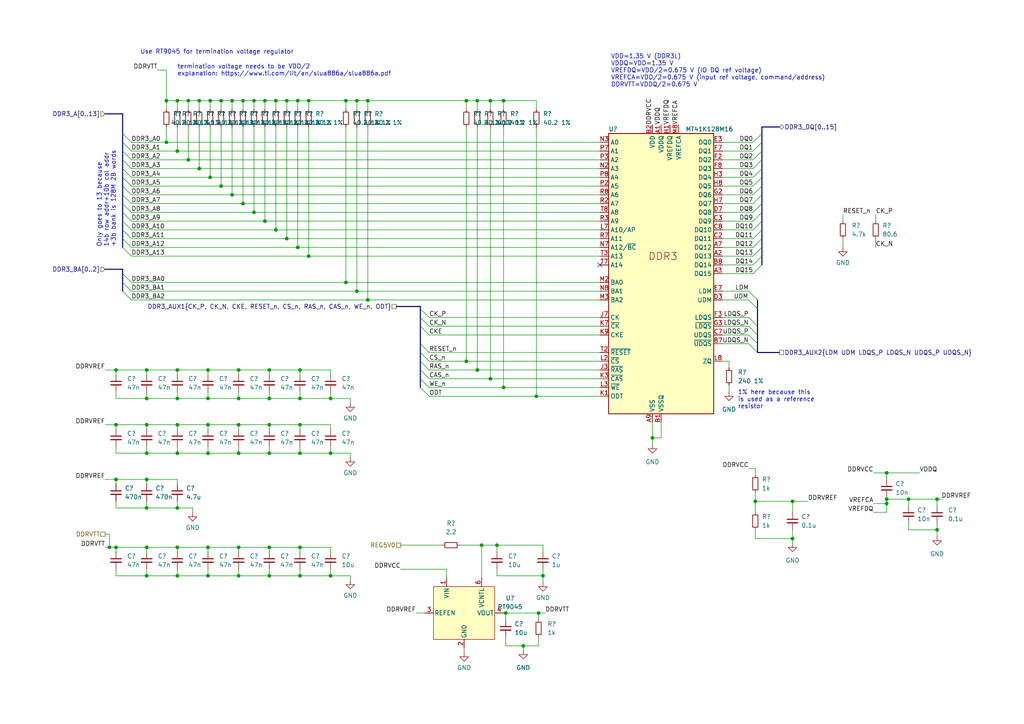
<source format=kicad_sch>
(kicad_sch (version 20211123) (generator eeschema)
  (paper "A4")
  (junction (at 229.87 145.415))
  (junction (at 146.05 112.395))
  (junction (at 51.435 107.315))
  (junction (at 69.215 167.005))
  (junction (at 31.75 158.75))
  (junction (at 57.785 48.895))
  (junction (at 42.545 147.32))
  (junction (at 70.485 29.21))
  (junction (at 78.105 167.005))
  (junction (at 76.835 64.135))
  (junction (at 78.105 158.75))
  (junction (at 76.835 29.21))
  (junction (at 69.215 158.75))
  (junction (at 73.66 29.21))
  (junction (at 80.01 29.21))
  (junction (at 95.885 115.57))
  (junction (at 42.545 107.315))
  (junction (at 144.145 158.115))
  (junction (at 51.435 43.815))
  (junction (at 33.655 158.75))
  (junction (at 86.995 107.315))
  (junction (at 42.545 123.19))
  (junction (at 60.325 123.19))
  (junction (at 86.995 167.005))
  (junction (at 78.105 107.315))
  (junction (at 42.545 139.065))
  (junction (at 69.215 115.57))
  (junction (at 95.885 131.445))
  (junction (at 100.33 29.21))
  (junction (at 69.215 123.19))
  (junction (at 106.68 86.995))
  (junction (at 51.435 29.21))
  (junction (at 51.435 158.75))
  (junction (at 86.36 71.755))
  (junction (at 80.01 66.675))
  (junction (at 78.105 115.57))
  (junction (at 42.545 131.445))
  (junction (at 48.26 41.275))
  (junction (at 60.325 158.75))
  (junction (at 146.05 29.21))
  (junction (at 64.135 53.975))
  (junction (at 103.505 29.21))
  (junction (at 155.575 114.935))
  (junction (at 69.215 107.315))
  (junction (at 60.96 51.435))
  (junction (at 271.78 153.67))
  (junction (at 157.48 167.005))
  (junction (at 142.24 109.855))
  (junction (at 51.435 115.57))
  (junction (at 33.655 123.19))
  (junction (at 83.185 69.215))
  (junction (at 139.7 158.115))
  (junction (at 146.685 177.8))
  (junction (at 57.785 29.21))
  (junction (at 189.23 127))
  (junction (at 156.21 177.8))
  (junction (at 64.135 29.21))
  (junction (at 89.535 29.21))
  (junction (at 263.525 144.78))
  (junction (at 135.255 29.21))
  (junction (at 138.43 29.21))
  (junction (at 54.61 29.21))
  (junction (at 51.435 167.005))
  (junction (at 219.075 145.415))
  (junction (at 73.66 61.595))
  (junction (at 60.325 107.315))
  (junction (at 86.995 123.19))
  (junction (at 54.61 46.355))
  (junction (at 151.765 187.325))
  (junction (at 78.105 123.19))
  (junction (at 138.43 107.315))
  (junction (at 86.36 29.21))
  (junction (at 42.545 115.57))
  (junction (at 51.435 147.32))
  (junction (at 95.885 167.005))
  (junction (at 100.33 81.915))
  (junction (at 86.995 131.445))
  (junction (at 106.68 29.21))
  (junction (at 33.655 107.315))
  (junction (at 103.505 84.455))
  (junction (at 271.78 144.78))
  (junction (at 70.485 59.055))
  (junction (at 67.31 29.21))
  (junction (at 89.535 74.295))
  (junction (at 86.995 158.75))
  (junction (at 60.325 115.57))
  (junction (at 69.215 131.445))
  (junction (at 86.995 115.57))
  (junction (at 67.31 56.515))
  (junction (at 60.325 131.445))
  (junction (at 48.26 29.21))
  (junction (at 135.255 104.775))
  (junction (at 229.87 156.21))
  (junction (at 60.325 167.005))
  (junction (at 257.175 137.16))
  (junction (at 51.435 123.19))
  (junction (at 42.545 167.005))
  (junction (at 142.24 29.21))
  (junction (at 33.655 139.065))
  (junction (at 60.96 29.21))
  (junction (at 257.175 146.05))
  (junction (at 51.435 131.445))
  (junction (at 83.185 29.21))
  (junction (at 42.545 158.75))
  (junction (at 78.105 131.445))
  (junction (at 257.175 144.78))
  (no_connect (at 173.99 76.835))
  (bus_entry (at 217.17 97.155) (size 2.54 2.54))
  (bus_entry (at 217.17 94.615) (size 2.54 2.54))
  (bus_entry (at 35.56 71.755) (size 2.54 2.54))
  (bus_entry (at 35.56 51.435) (size 2.54 2.54))
  (bus_entry (at 35.56 69.215) (size 2.54 2.54))
  (bus_entry (at 218.44 46.355) (size 2.54 -2.54))
  (bus_entry (at 121.92 99.695) (size 2.54 2.54))
  (bus_entry (at 218.44 61.595) (size 2.54 -2.54))
  (bus_entry (at 218.44 71.755) (size 2.54 -2.54))
  (bus_entry (at 218.44 41.275) (size 2.54 -2.54))
  (bus_entry (at 35.56 53.975) (size 2.54 2.54))
  (bus_entry (at 217.17 86.995) (size 2.54 2.54))
  (bus_entry (at 35.56 56.515) (size 2.54 2.54))
  (bus_entry (at 218.44 66.675) (size 2.54 -2.54))
  (bus_entry (at 218.44 69.215) (size 2.54 -2.54))
  (bus_entry (at 218.44 74.295) (size 2.54 -2.54))
  (bus_entry (at 218.44 43.815) (size 2.54 -2.54))
  (bus_entry (at 35.56 48.895) (size 2.54 2.54))
  (bus_entry (at 121.92 94.615) (size 2.54 2.54))
  (bus_entry (at 35.56 41.275) (size 2.54 2.54))
  (bus_entry (at 35.56 43.815) (size 2.54 2.54))
  (bus_entry (at 35.56 38.735) (size 2.54 2.54))
  (bus_entry (at 35.56 46.355) (size 2.54 2.54))
  (bus_entry (at 121.92 104.775) (size 2.54 2.54))
  (bus_entry (at 217.17 92.075) (size 2.54 2.54))
  (bus_entry (at 35.56 79.375) (size 2.54 2.54))
  (bus_entry (at 121.92 107.315) (size 2.54 2.54))
  (bus_entry (at 35.56 61.595) (size 2.54 2.54))
  (bus_entry (at 121.92 102.235) (size 2.54 2.54))
  (bus_entry (at 218.44 51.435) (size 2.54 -2.54))
  (bus_entry (at 218.44 48.895) (size 2.54 -2.54))
  (bus_entry (at 218.44 76.835) (size 2.54 -2.54))
  (bus_entry (at 35.56 59.055) (size 2.54 2.54))
  (bus_entry (at 35.56 84.455) (size 2.54 2.54))
  (bus_entry (at 121.92 109.855) (size 2.54 2.54))
  (bus_entry (at 218.44 59.055) (size 2.54 -2.54))
  (bus_entry (at 121.92 92.075) (size 2.54 2.54))
  (bus_entry (at 217.17 84.455) (size 2.54 2.54))
  (bus_entry (at 218.44 79.375) (size 2.54 -2.54))
  (bus_entry (at 218.44 53.975) (size 2.54 -2.54))
  (bus_entry (at 121.92 112.395) (size 2.54 2.54))
  (bus_entry (at 35.56 66.675) (size 2.54 2.54))
  (bus_entry (at 35.56 81.915) (size 2.54 2.54))
  (bus_entry (at 218.44 56.515) (size 2.54 -2.54))
  (bus_entry (at 218.44 64.135) (size 2.54 -2.54))
  (bus_entry (at 35.56 64.135) (size 2.54 2.54))
  (bus_entry (at 217.17 99.695) (size 2.54 2.54))
  (bus_entry (at 121.92 89.535) (size 2.54 2.54))
  (wire (pts (xy 211.455 106.68) (xy 211.455 104.775)))
  (wire (pts (xy 124.46 112.395) (xy 146.05 112.395)))
  (wire (pts (xy 78.105 158.75) (xy 78.105 160.02)))
  (wire (pts (xy 209.55 94.615) (xy 217.17 94.615)))
  (wire (pts (xy 83.185 69.215) (xy 173.99 69.215)))
  (wire (pts (xy 244.475 69.215) (xy 244.475 71.755)))
  (wire (pts (xy 155.575 114.935) (xy 155.575 36.83)))
  (wire (pts (xy 146.05 36.83) (xy 146.05 112.395)))
  (wire (pts (xy 95.885 167.005) (xy 101.6 167.005)))
  (wire (pts (xy 33.655 107.315) (xy 33.655 108.585)))
  (wire (pts (xy 86.995 107.315) (xy 95.885 107.315)))
  (wire (pts (xy 69.215 123.19) (xy 78.105 123.19)))
  (wire (pts (xy 51.435 167.005) (xy 60.325 167.005)))
  (wire (pts (xy 38.1 48.895) (xy 57.785 48.895)))
  (wire (pts (xy 271.78 153.67) (xy 271.78 155.575)))
  (wire (pts (xy 86.36 29.21) (xy 86.36 31.75)))
  (wire (pts (xy 209.55 76.835) (xy 218.44 76.835)))
  (wire (pts (xy 106.68 29.21) (xy 106.68 31.75)))
  (bus (pts (xy 35.56 41.275) (xy 35.56 38.735)))
  (bus (pts (xy 220.98 41.275) (xy 220.98 38.735)))
  (wire (pts (xy 42.545 113.665) (xy 42.545 115.57)))
  (wire (pts (xy 219.075 142.875) (xy 219.075 145.415)))
  (wire (pts (xy 38.1 51.435) (xy 60.96 51.435)))
  (wire (pts (xy 51.435 147.32) (xy 55.88 147.32)))
  (wire (pts (xy 253.365 137.16) (xy 257.175 137.16)))
  (wire (pts (xy 146.685 177.8) (xy 146.685 179.705)))
  (wire (pts (xy 60.325 113.665) (xy 60.325 115.57)))
  (bus (pts (xy 121.92 89.535) (xy 121.92 88.9)))
  (wire (pts (xy 138.43 107.315) (xy 173.99 107.315)))
  (wire (pts (xy 86.995 113.665) (xy 86.995 115.57)))
  (wire (pts (xy 57.785 29.21) (xy 60.96 29.21)))
  (wire (pts (xy 142.24 109.855) (xy 173.99 109.855)))
  (wire (pts (xy 209.55 86.995) (xy 217.17 86.995)))
  (wire (pts (xy 80.01 66.675) (xy 173.99 66.675)))
  (wire (pts (xy 33.655 115.57) (xy 42.545 115.57)))
  (wire (pts (xy 38.1 53.975) (xy 64.135 53.975)))
  (wire (pts (xy 103.505 29.21) (xy 106.68 29.21)))
  (wire (pts (xy 60.325 115.57) (xy 69.215 115.57)))
  (wire (pts (xy 271.78 153.67) (xy 271.78 151.765)))
  (wire (pts (xy 124.46 114.935) (xy 155.575 114.935)))
  (wire (pts (xy 124.46 107.315) (xy 138.43 107.315)))
  (wire (pts (xy 64.135 53.975) (xy 173.99 53.975)))
  (wire (pts (xy 229.87 156.21) (xy 219.075 156.21)))
  (bus (pts (xy 220.98 56.515) (xy 220.98 53.975)))
  (wire (pts (xy 60.325 123.19) (xy 60.325 124.46)))
  (wire (pts (xy 100.33 29.21) (xy 103.505 29.21)))
  (wire (pts (xy 38.1 86.995) (xy 106.68 86.995)))
  (wire (pts (xy 33.655 147.32) (xy 42.545 147.32)))
  (bus (pts (xy 219.71 89.535) (xy 219.71 94.615)))
  (wire (pts (xy 86.995 115.57) (xy 95.885 115.57)))
  (bus (pts (xy 35.56 81.915) (xy 35.56 79.375)))
  (wire (pts (xy 209.55 43.815) (xy 218.44 43.815)))
  (wire (pts (xy 51.435 123.19) (xy 60.325 123.19)))
  (wire (pts (xy 263.525 144.78) (xy 271.78 144.78)))
  (wire (pts (xy 33.655 158.75) (xy 42.545 158.75)))
  (wire (pts (xy 144.145 165.1) (xy 144.145 167.005)))
  (bus (pts (xy 220.98 71.755) (xy 220.98 69.215)))
  (wire (pts (xy 116.205 165.1) (xy 129.54 165.1)))
  (wire (pts (xy 57.785 48.895) (xy 173.99 48.895)))
  (wire (pts (xy 45.72 20.32) (xy 48.26 20.32)))
  (wire (pts (xy 42.545 129.54) (xy 42.545 131.445)))
  (bus (pts (xy 35.56 48.895) (xy 35.56 46.355)))
  (wire (pts (xy 38.1 69.215) (xy 83.185 69.215)))
  (bus (pts (xy 220.98 74.295) (xy 220.98 71.755)))
  (wire (pts (xy 86.36 29.21) (xy 89.535 29.21)))
  (wire (pts (xy 64.135 36.83) (xy 64.135 53.975)))
  (wire (pts (xy 229.87 153.67) (xy 229.87 156.21)))
  (wire (pts (xy 30.48 123.19) (xy 33.655 123.19)))
  (wire (pts (xy 42.545 158.75) (xy 51.435 158.75)))
  (wire (pts (xy 95.885 115.57) (xy 101.6 115.57)))
  (wire (pts (xy 157.48 158.115) (xy 157.48 160.02)))
  (wire (pts (xy 86.995 167.005) (xy 95.885 167.005)))
  (wire (pts (xy 69.215 165.1) (xy 69.215 167.005)))
  (wire (pts (xy 144.145 158.115) (xy 157.48 158.115)))
  (wire (pts (xy 51.435 115.57) (xy 60.325 115.57)))
  (wire (pts (xy 146.685 184.785) (xy 146.685 187.325)))
  (wire (pts (xy 33.655 123.19) (xy 42.545 123.19)))
  (wire (pts (xy 60.325 107.315) (xy 60.325 108.585)))
  (wire (pts (xy 38.1 84.455) (xy 103.505 84.455)))
  (wire (pts (xy 51.435 158.75) (xy 51.435 160.02)))
  (wire (pts (xy 86.995 107.315) (xy 86.995 108.585)))
  (wire (pts (xy 189.23 127) (xy 189.23 122.555)))
  (wire (pts (xy 156.21 177.8) (xy 156.21 179.705)))
  (wire (pts (xy 157.48 167.005) (xy 157.48 168.91)))
  (wire (pts (xy 83.185 29.21) (xy 83.185 31.75)))
  (wire (pts (xy 95.885 165.1) (xy 95.885 167.005)))
  (wire (pts (xy 211.455 104.775) (xy 209.55 104.775)))
  (wire (pts (xy 48.26 20.32) (xy 48.26 29.21)))
  (wire (pts (xy 51.435 139.065) (xy 51.435 140.335)))
  (wire (pts (xy 69.215 107.315) (xy 69.215 108.585)))
  (wire (pts (xy 42.545 131.445) (xy 51.435 131.445)))
  (wire (pts (xy 80.01 29.21) (xy 83.185 29.21)))
  (wire (pts (xy 73.66 61.595) (xy 173.99 61.595)))
  (wire (pts (xy 51.435 158.75) (xy 60.325 158.75)))
  (wire (pts (xy 69.215 123.19) (xy 69.215 124.46)))
  (wire (pts (xy 30.48 139.065) (xy 33.655 139.065)))
  (wire (pts (xy 209.55 71.755) (xy 218.44 71.755)))
  (wire (pts (xy 142.24 29.21) (xy 146.05 29.21)))
  (wire (pts (xy 139.7 158.115) (xy 144.145 158.115)))
  (wire (pts (xy 253.365 146.05) (xy 257.175 146.05)))
  (bus (pts (xy 114.935 88.9) (xy 121.92 88.9)))
  (wire (pts (xy 106.68 86.995) (xy 173.99 86.995)))
  (wire (pts (xy 191.77 122.555) (xy 191.77 127)))
  (wire (pts (xy 209.55 64.135) (xy 218.44 64.135)))
  (wire (pts (xy 76.835 29.21) (xy 80.01 29.21)))
  (wire (pts (xy 60.325 165.1) (xy 60.325 167.005)))
  (bus (pts (xy 121.92 104.775) (xy 121.92 107.315)))
  (wire (pts (xy 139.7 167.64) (xy 139.7 158.115)))
  (wire (pts (xy 42.545 123.19) (xy 42.545 124.46)))
  (wire (pts (xy 38.1 74.295) (xy 89.535 74.295)))
  (wire (pts (xy 95.885 113.665) (xy 95.885 115.57)))
  (wire (pts (xy 209.55 66.675) (xy 218.44 66.675)))
  (wire (pts (xy 69.215 158.75) (xy 78.105 158.75)))
  (bus (pts (xy 220.98 53.975) (xy 220.98 51.435)))
  (wire (pts (xy 33.655 113.665) (xy 33.655 115.57)))
  (wire (pts (xy 142.24 29.21) (xy 142.24 31.75)))
  (wire (pts (xy 70.485 29.21) (xy 70.485 31.75)))
  (wire (pts (xy 257.175 146.05) (xy 257.175 148.59)))
  (wire (pts (xy 257.175 137.16) (xy 266.7 137.16)))
  (wire (pts (xy 95.885 107.315) (xy 95.885 108.585)))
  (wire (pts (xy 76.835 36.83) (xy 76.835 64.135)))
  (bus (pts (xy 219.71 97.155) (xy 219.71 99.695)))
  (wire (pts (xy 124.46 109.855) (xy 142.24 109.855)))
  (wire (pts (xy 70.485 36.83) (xy 70.485 59.055)))
  (wire (pts (xy 48.26 29.21) (xy 48.26 31.75)))
  (wire (pts (xy 42.545 139.065) (xy 51.435 139.065)))
  (wire (pts (xy 89.535 29.21) (xy 100.33 29.21)))
  (wire (pts (xy 144.145 167.005) (xy 157.48 167.005)))
  (bus (pts (xy 30.48 33.02) (xy 35.56 33.02)))
  (wire (pts (xy 116.205 158.115) (xy 128.27 158.115)))
  (wire (pts (xy 42.545 158.75) (xy 42.545 160.02)))
  (bus (pts (xy 35.56 46.355) (xy 35.56 43.815)))
  (wire (pts (xy 78.105 165.1) (xy 78.105 167.005)))
  (wire (pts (xy 48.26 29.21) (xy 51.435 29.21)))
  (bus (pts (xy 121.92 107.315) (xy 121.92 109.855)))
  (wire (pts (xy 51.435 36.83) (xy 51.435 43.815)))
  (wire (pts (xy 209.55 41.275) (xy 218.44 41.275)))
  (bus (pts (xy 35.56 71.755) (xy 35.56 69.215)))
  (wire (pts (xy 95.885 129.54) (xy 95.885 131.445)))
  (wire (pts (xy 78.105 113.665) (xy 78.105 115.57)))
  (wire (pts (xy 73.66 29.21) (xy 73.66 31.75)))
  (wire (pts (xy 42.545 123.19) (xy 51.435 123.19)))
  (wire (pts (xy 86.995 131.445) (xy 95.885 131.445)))
  (wire (pts (xy 135.255 104.775) (xy 173.99 104.775)))
  (wire (pts (xy 60.325 158.75) (xy 69.215 158.75)))
  (wire (pts (xy 271.78 144.78) (xy 273.05 144.78)))
  (wire (pts (xy 57.785 36.83) (xy 57.785 48.895)))
  (wire (pts (xy 80.01 29.21) (xy 80.01 31.75)))
  (wire (pts (xy 38.1 81.915) (xy 100.33 81.915)))
  (wire (pts (xy 42.545 145.415) (xy 42.545 147.32)))
  (bus (pts (xy 220.98 64.135) (xy 220.98 61.595)))
  (wire (pts (xy 60.325 129.54) (xy 60.325 131.445)))
  (wire (pts (xy 257.175 148.59) (xy 253.365 148.59)))
  (wire (pts (xy 51.435 107.315) (xy 51.435 108.585)))
  (bus (pts (xy 35.56 51.435) (xy 35.56 48.895)))
  (wire (pts (xy 38.1 59.055) (xy 70.485 59.055)))
  (wire (pts (xy 42.545 147.32) (xy 51.435 147.32)))
  (wire (pts (xy 89.535 74.295) (xy 173.99 74.295)))
  (wire (pts (xy 83.185 29.21) (xy 86.36 29.21)))
  (bus (pts (xy 35.56 79.375) (xy 35.56 78.105)))
  (wire (pts (xy 89.535 36.83) (xy 89.535 74.295)))
  (wire (pts (xy 33.655 107.315) (xy 42.545 107.315)))
  (wire (pts (xy 86.995 165.1) (xy 86.995 167.005)))
  (wire (pts (xy 124.46 94.615) (xy 173.99 94.615)))
  (bus (pts (xy 121.92 92.075) (xy 121.92 89.535)))
  (wire (pts (xy 33.655 167.005) (xy 42.545 167.005)))
  (wire (pts (xy 173.99 114.935) (xy 155.575 114.935)))
  (wire (pts (xy 55.88 147.32) (xy 55.88 148.59)))
  (wire (pts (xy 229.87 156.21) (xy 229.87 157.48)))
  (wire (pts (xy 209.55 97.155) (xy 217.17 97.155)))
  (wire (pts (xy 73.66 29.21) (xy 76.835 29.21)))
  (bus (pts (xy 220.98 51.435) (xy 220.98 48.895)))
  (wire (pts (xy 209.55 79.375) (xy 218.44 79.375)))
  (wire (pts (xy 78.105 158.75) (xy 86.995 158.75)))
  (bus (pts (xy 35.56 69.215) (xy 35.56 66.675)))
  (bus (pts (xy 121.92 92.075) (xy 121.92 94.615)))
  (wire (pts (xy 146.05 177.8) (xy 146.685 177.8)))
  (wire (pts (xy 60.325 107.315) (xy 69.215 107.315)))
  (wire (pts (xy 51.435 29.21) (xy 54.61 29.21)))
  (wire (pts (xy 134.62 187.96) (xy 134.62 189.23)))
  (wire (pts (xy 69.215 115.57) (xy 78.105 115.57)))
  (wire (pts (xy 257.175 144.78) (xy 257.175 146.05)))
  (wire (pts (xy 38.1 41.275) (xy 48.26 41.275)))
  (wire (pts (xy 60.96 29.21) (xy 60.96 31.75)))
  (wire (pts (xy 209.55 46.355) (xy 218.44 46.355)))
  (wire (pts (xy 219.075 137.795) (xy 219.075 135.89)))
  (wire (pts (xy 209.55 53.975) (xy 218.44 53.975)))
  (bus (pts (xy 219.71 99.695) (xy 219.71 102.235)))
  (wire (pts (xy 138.43 29.21) (xy 138.43 31.75)))
  (bus (pts (xy 121.92 109.855) (xy 121.92 112.395)))
  (bus (pts (xy 121.92 102.235) (xy 121.92 104.775)))
  (wire (pts (xy 78.105 123.19) (xy 86.995 123.19)))
  (wire (pts (xy 60.96 29.21) (xy 64.135 29.21)))
  (bus (pts (xy 35.56 56.515) (xy 35.56 53.975)))
  (wire (pts (xy 64.135 29.21) (xy 64.135 31.75)))
  (wire (pts (xy 42.545 165.1) (xy 42.545 167.005)))
  (bus (pts (xy 219.71 86.995) (xy 219.71 89.535)))
  (wire (pts (xy 33.655 165.1) (xy 33.655 167.005)))
  (wire (pts (xy 95.885 158.75) (xy 95.885 160.02)))
  (wire (pts (xy 95.885 123.19) (xy 95.885 124.46)))
  (wire (pts (xy 42.545 167.005) (xy 51.435 167.005)))
  (wire (pts (xy 156.21 177.8) (xy 158.115 177.8)))
  (wire (pts (xy 69.215 107.315) (xy 78.105 107.315)))
  (wire (pts (xy 60.96 36.83) (xy 60.96 51.435)))
  (wire (pts (xy 78.105 123.19) (xy 78.105 124.46)))
  (bus (pts (xy 220.98 76.835) (xy 220.98 74.295)))
  (wire (pts (xy 31.75 154.94) (xy 31.75 158.75)))
  (wire (pts (xy 38.1 46.355) (xy 54.61 46.355)))
  (wire (pts (xy 189.23 127) (xy 189.23 128.905)))
  (wire (pts (xy 51.435 43.815) (xy 173.99 43.815)))
  (wire (pts (xy 103.505 29.21) (xy 103.505 31.75)))
  (wire (pts (xy 86.995 158.75) (xy 95.885 158.75)))
  (wire (pts (xy 135.255 29.21) (xy 135.255 31.75)))
  (wire (pts (xy 146.05 29.21) (xy 146.05 31.75)))
  (wire (pts (xy 78.105 115.57) (xy 86.995 115.57)))
  (wire (pts (xy 86.995 123.19) (xy 86.995 124.46)))
  (bus (pts (xy 35.56 59.055) (xy 35.56 56.515)))
  (bus (pts (xy 220.98 66.675) (xy 220.98 64.135)))
  (wire (pts (xy 271.78 144.78) (xy 271.78 146.685)))
  (bus (pts (xy 220.98 38.735) (xy 220.98 36.83)))
  (wire (pts (xy 95.885 131.445) (xy 101.6 131.445)))
  (wire (pts (xy 76.835 64.135) (xy 173.99 64.135)))
  (wire (pts (xy 42.545 107.315) (xy 42.545 108.585)))
  (wire (pts (xy 78.105 167.005) (xy 86.995 167.005)))
  (wire (pts (xy 70.485 59.055) (xy 173.99 59.055)))
  (wire (pts (xy 33.655 139.065) (xy 42.545 139.065)))
  (wire (pts (xy 209.55 51.435) (xy 218.44 51.435)))
  (wire (pts (xy 69.215 167.005) (xy 78.105 167.005)))
  (wire (pts (xy 138.43 36.83) (xy 138.43 107.315)))
  (wire (pts (xy 60.325 158.75) (xy 60.325 160.02)))
  (wire (pts (xy 146.685 177.8) (xy 156.21 177.8)))
  (wire (pts (xy 101.6 131.445) (xy 101.6 132.715)))
  (wire (pts (xy 229.87 145.415) (xy 234.315 145.415)))
  (wire (pts (xy 30.48 107.315) (xy 33.655 107.315)))
  (wire (pts (xy 86.995 123.19) (xy 95.885 123.19)))
  (wire (pts (xy 78.105 107.315) (xy 86.995 107.315)))
  (wire (pts (xy 138.43 29.21) (xy 142.24 29.21)))
  (wire (pts (xy 60.96 51.435) (xy 173.99 51.435)))
  (wire (pts (xy 263.525 153.67) (xy 271.78 153.67)))
  (wire (pts (xy 54.61 29.21) (xy 54.61 31.75)))
  (wire (pts (xy 51.435 123.19) (xy 51.435 124.46)))
  (wire (pts (xy 217.17 135.89) (xy 219.075 135.89)))
  (wire (pts (xy 151.765 187.325) (xy 151.765 188.595)))
  (wire (pts (xy 100.33 29.21) (xy 100.33 31.75)))
  (wire (pts (xy 263.525 144.78) (xy 263.525 146.685)))
  (wire (pts (xy 135.255 29.21) (xy 138.43 29.21)))
  (wire (pts (xy 51.435 29.21) (xy 51.435 31.75)))
  (wire (pts (xy 31.75 158.75) (xy 33.655 158.75)))
  (wire (pts (xy 89.535 29.21) (xy 89.535 31.75)))
  (wire (pts (xy 51.435 129.54) (xy 51.435 131.445)))
  (wire (pts (xy 157.48 167.005) (xy 157.48 165.1)))
  (wire (pts (xy 83.185 36.83) (xy 83.185 69.215)))
  (wire (pts (xy 263.525 151.765) (xy 263.525 153.67)))
  (bus (pts (xy 35.56 84.455) (xy 35.56 81.915)))
  (wire (pts (xy 209.55 69.215) (xy 218.44 69.215)))
  (wire (pts (xy 51.435 107.315) (xy 60.325 107.315)))
  (wire (pts (xy 78.105 107.315) (xy 78.105 108.585)))
  (wire (pts (xy 67.31 29.21) (xy 67.31 31.75)))
  (wire (pts (xy 33.655 145.415) (xy 33.655 147.32)))
  (wire (pts (xy 209.55 92.075) (xy 217.17 92.075)))
  (bus (pts (xy 35.56 64.135) (xy 35.56 61.595)))
  (wire (pts (xy 57.785 29.21) (xy 57.785 31.75)))
  (wire (pts (xy 60.325 123.19) (xy 69.215 123.19)))
  (bus (pts (xy 220.98 59.055) (xy 220.98 56.515)))
  (wire (pts (xy 48.26 41.275) (xy 173.99 41.275)))
  (wire (pts (xy 101.6 167.005) (xy 101.6 168.275)))
  (wire (pts (xy 156.21 187.325) (xy 156.21 184.785)))
  (wire (pts (xy 100.33 81.915) (xy 173.99 81.915)))
  (bus (pts (xy 220.98 69.215) (xy 220.98 66.675)))
  (wire (pts (xy 33.655 129.54) (xy 33.655 131.445)))
  (bus (pts (xy 220.98 61.595) (xy 220.98 59.055)))
  (wire (pts (xy 211.455 111.76) (xy 211.455 113.665)))
  (wire (pts (xy 142.24 36.83) (xy 142.24 109.855)))
  (wire (pts (xy 103.505 36.83) (xy 103.505 84.455)))
  (wire (pts (xy 33.655 158.75) (xy 33.655 160.02)))
  (wire (pts (xy 129.54 165.1) (xy 129.54 167.64)))
  (wire (pts (xy 69.215 158.75) (xy 69.215 160.02)))
  (wire (pts (xy 257.175 144.78) (xy 263.525 144.78)))
  (wire (pts (xy 33.655 139.065) (xy 33.655 140.335)))
  (wire (pts (xy 209.55 59.055) (xy 218.44 59.055)))
  (wire (pts (xy 146.05 112.395) (xy 173.99 112.395)))
  (wire (pts (xy 67.31 56.515) (xy 173.99 56.515)))
  (wire (pts (xy 60.325 131.445) (xy 69.215 131.445)))
  (wire (pts (xy 33.655 131.445) (xy 42.545 131.445)))
  (bus (pts (xy 220.98 48.895) (xy 220.98 46.355)))
  (bus (pts (xy 220.98 36.83) (xy 226.06 36.83)))
  (wire (pts (xy 219.075 156.21) (xy 219.075 153.67)))
  (wire (pts (xy 156.21 187.325) (xy 151.765 187.325)))
  (wire (pts (xy 33.655 123.19) (xy 33.655 124.46)))
  (wire (pts (xy 80.01 36.83) (xy 80.01 66.675)))
  (wire (pts (xy 191.77 127) (xy 189.23 127)))
  (wire (pts (xy 146.685 187.325) (xy 151.765 187.325)))
  (wire (pts (xy 209.55 99.695) (xy 217.17 99.695)))
  (wire (pts (xy 124.46 102.235) (xy 173.99 102.235)))
  (wire (pts (xy 42.545 107.315) (xy 51.435 107.315)))
  (wire (pts (xy 73.66 36.83) (xy 73.66 61.595)))
  (wire (pts (xy 70.485 29.21) (xy 73.66 29.21)))
  (wire (pts (xy 64.135 29.21) (xy 67.31 29.21)))
  (bus (pts (xy 30.48 78.105) (xy 35.56 78.105)))
  (wire (pts (xy 38.1 56.515) (xy 67.31 56.515)))
  (wire (pts (xy 124.46 104.775) (xy 135.255 104.775)))
  (bus (pts (xy 35.56 61.595) (xy 35.56 59.055)))
  (bus (pts (xy 219.71 102.235) (xy 226.06 102.235)))
  (wire (pts (xy 254 69.215) (xy 254 71.755)))
  (wire (pts (xy 146.05 29.21) (xy 155.575 29.21)))
  (wire (pts (xy 209.55 48.895) (xy 218.44 48.895)))
  (bus (pts (xy 121.92 99.695) (xy 121.92 102.235)))
  (wire (pts (xy 133.35 158.115) (xy 139.7 158.115)))
  (wire (pts (xy 38.1 66.675) (xy 80.01 66.675)))
  (wire (pts (xy 124.46 97.155) (xy 173.99 97.155)))
  (wire (pts (xy 76.835 29.21) (xy 76.835 31.75)))
  (wire (pts (xy 101.6 115.57) (xy 101.6 116.84)))
  (bus (pts (xy 35.56 53.975) (xy 35.56 51.435)))
  (wire (pts (xy 86.995 129.54) (xy 86.995 131.445)))
  (wire (pts (xy 67.31 36.83) (xy 67.31 56.515)))
  (wire (pts (xy 30.48 158.75) (xy 31.75 158.75)))
  (wire (pts (xy 120.65 177.8) (xy 123.19 177.8)))
  (wire (pts (xy 51.435 113.665) (xy 51.435 115.57)))
  (wire (pts (xy 103.505 84.455) (xy 173.99 84.455)))
  (bus (pts (xy 35.56 66.675) (xy 35.56 64.135)))
  (wire (pts (xy 42.545 115.57) (xy 51.435 115.57)))
  (wire (pts (xy 51.435 165.1) (xy 51.435 167.005)))
  (wire (pts (xy 209.55 56.515) (xy 218.44 56.515)))
  (wire (pts (xy 219.075 145.415) (xy 219.075 148.59)))
  (wire (pts (xy 51.435 145.415) (xy 51.435 147.32)))
  (wire (pts (xy 51.435 131.445) (xy 60.325 131.445)))
  (wire (pts (xy 86.995 158.75) (xy 86.995 160.02)))
  (wire (pts (xy 155.575 29.21) (xy 155.575 31.75)))
  (wire (pts (xy 257.175 144.145) (xy 257.175 144.78)))
  (wire (pts (xy 209.55 61.595) (xy 218.44 61.595)))
  (wire (pts (xy 69.215 113.665) (xy 69.215 115.57)))
  (wire (pts (xy 38.1 64.135) (xy 76.835 64.135)))
  (wire (pts (xy 38.1 71.755) (xy 86.36 71.755)))
  (bus (pts (xy 35.56 38.735) (xy 35.56 33.02)))
  (wire (pts (xy 257.175 137.16) (xy 257.175 139.065)))
  (bus (pts (xy 121.92 94.615) (xy 121.92 99.695)))
  (wire (pts (xy 54.61 29.21) (xy 57.785 29.21)))
  (wire (pts (xy 144.145 158.115) (xy 144.145 160.02)))
  (wire (pts (xy 38.1 61.595) (xy 73.66 61.595)))
  (wire (pts (xy 219.075 145.415) (xy 229.87 145.415)))
  (wire (pts (xy 86.36 36.83) (xy 86.36 71.755)))
  (wire (pts (xy 229.87 145.415) (xy 229.87 148.59)))
  (bus (pts (xy 220.98 46.355) (xy 220.98 43.815)))
  (wire (pts (xy 254 62.23) (xy 254 64.135)))
  (wire (pts (xy 124.46 92.075) (xy 173.99 92.075)))
  (bus (pts (xy 220.98 43.815) (xy 220.98 41.275)))
  (wire (pts (xy 135.255 36.83) (xy 135.255 104.775)))
  (bus (pts (xy 219.71 94.615) (xy 219.71 97.155)))
  (wire (pts (xy 67.31 29.21) (xy 70.485 29.21)))
  (wire (pts (xy 86.36 71.755) (xy 173.99 71.755)))
  (bus (pts (xy 35.56 43.815) (xy 35.56 41.275)))
  (wire (pts (xy 54.61 36.83) (xy 54.61 46.355)))
  (wire (pts (xy 106.68 29.21) (xy 135.255 29.21)))
  (wire (pts (xy 60.325 167.005) (xy 69.215 167.005)))
  (wire (pts (xy 42.545 139.065) (xy 42.545 140.335)))
  (wire (pts (xy 54.61 46.355) (xy 173.99 46.355)))
  (wire (pts (xy 69.215 131.445) (xy 78.105 131.445)))
  (wire (pts (xy 106.68 36.83) (xy 106.68 86.995)))
  (wire (pts (xy 78.105 131.445) (xy 86.995 131.445)))
  (wire (pts (xy 244.475 62.23) (xy 244.475 64.135)))
  (wire (pts (xy 38.1 43.815) (xy 51.435 43.815)))
  (wire (pts (xy 100.33 36.83) (xy 100.33 81.915)))
  (wire (pts (xy 69.215 129.54) (xy 69.215 131.445)))
  (wire (pts (xy 30.48 154.94) (xy 31.75 154.94)))
  (wire (pts (xy 78.105 129.54) (xy 78.105 131.445)))
  (wire (pts (xy 209.55 74.295) (xy 218.44 74.295)))
  (wire (pts (xy 209.55 84.455) (xy 217.17 84.455)))
  (wire (pts (xy 48.26 36.83) (xy 48.26 41.275)))
  (text "1% here because this\nis used as a reference\nresistor" (at 213.995 118.745 0) (effects (font (size 1.27 1.27)) (justify left bottom)))
  (text "termination voltage needs to be VDD/2\nexplanation: https://www.ti.com/lit/an/slua886a/slua886a.pdf" (at 51.435 22.225 0) (effects (font (size 1.27 1.27)) (justify left bottom)))
  (text "VDD=1.35 V (DDR3L)\nVDDQ=VDD=1.35 V\nVREFDQ=VDD/2=0.675 V (IO DQ ref voltage)\nVREFCA=VDD/2=0.675 V (input ref voltage, command/address)\nDDRVTT=VDDQ/2=0.675 V" (at 177.165 25.4 0) (effects (font (size 1.27 1.27)) (justify left bottom)))
  (text "Use RT9045 for termination voltage regulator" (at 40.64 15.875 0) (effects (font (size 1.27 1.27)) (justify left bottom)))
  (text "Only goes to 13 because\n14b row addr+10b col addr\n+3b bank is 128M 2B words" (at 33.655 71.755 90) (effects (font (size 1.27 1.27)) (justify left bottom)))
  (label "DDRVCC" (at 253.365 137.16 180))
  (label "CK_P" (at 254 62.23 0))
  (label "DDRVCC" (at 189.23 36.195 90))
  (label "UDQS_P" (at 217.17 97.155 180))
  (label "LDQS_N" (at 217.17 94.615 180))
  (label "DQ5" (at 218.44 53.975 180))
  (label "CK_N" (at 124.46 94.615 0))
  (label "DQ9" (at 218.44 64.135 180))
  (label "DDR3_A11" (at 38.1 69.215 0))
  (label "VDDQ" (at 266.7 137.16 0))
  (label "DQ13" (at 218.44 74.295 180))
  (label "DDR3_A6" (at 38.1 56.515 0))
  (label "DDR3_A4" (at 38.1 51.435 0))
  (label "DQ6" (at 218.44 56.515 180))
  (label "LDM" (at 217.17 84.455 180))
  (label "DQ2" (at 218.44 46.355 180))
  (label "VREFCA" (at 196.85 36.195 90))
  (label "ODT" (at 124.46 114.935 0))
  (label "DQ15" (at 218.44 79.375 180))
  (label "DQ4" (at 218.44 51.435 180))
  (label "DQ10" (at 218.44 66.675 180))
  (label "DDRVTT" (at 45.72 20.32 180))
  (label "DDRVTT" (at 158.115 177.8 0))
  (label "DQ12" (at 218.44 71.755 180))
  (label "DDRVREF" (at 30.48 139.065 180))
  (label "VREFDQ" (at 194.31 36.195 90))
  (label "LDQS_P" (at 217.17 92.075 180))
  (label "DDR3_A10" (at 38.1 66.675 0))
  (label "DDR3_A8" (at 38.1 61.595 0))
  (label "DDRVREF" (at 30.48 107.315 180))
  (label "DDR3_A7" (at 38.1 59.055 0))
  (label "RESET_n" (at 244.475 62.23 0))
  (label "WE_n" (at 124.46 112.395 0))
  (label "RAS_n" (at 124.46 107.315 0))
  (label "DDRVCC" (at 217.17 135.89 180))
  (label "DQ0" (at 218.44 41.275 180))
  (label "DQ3" (at 218.44 48.895 180))
  (label "DDR3_BA2" (at 38.1 86.995 0))
  (label "UDQS_N" (at 217.17 99.695 180))
  (label "UDM" (at 217.0487 86.995 180))
  (label "DQ8" (at 218.44 61.595 180))
  (label "CK_N" (at 254 71.755 0))
  (label "DDR3_A1" (at 38.1 43.815 0))
  (label "DDR3_A12" (at 38.1 71.755 0))
  (label "RESET_n" (at 124.46 102.235 0))
  (label "DDRVREF" (at 234.315 145.415 0))
  (label "VREFDQ" (at 253.365 148.59 180))
  (label "CS_n" (at 124.46 104.775 0))
  (label "DDR3_A3" (at 38.1 48.895 0))
  (label "DDR3_BA0" (at 38.1 81.915 0))
  (label "DDRVREF" (at 120.65 177.8 180))
  (label "DQ11" (at 218.44 69.215 180))
  (label "DDR3_A2" (at 38.1 46.355 0))
  (label "DDR3_A9" (at 38.1 64.135 0))
  (label "DDRVCC" (at 116.205 165.1 180))
  (label "VREFCA" (at 253.365 146.05 180))
  (label "CKE" (at 124.46 97.155 0))
  (label "CAS_n" (at 124.46 109.855 0))
  (label "DDR3_A0" (at 38.1 41.275 0))
  (label "DDR3_A13" (at 38.1 74.295 0))
  (label "DDR3_BA1" (at 38.1 84.455 0))
  (label "DDRVREF" (at 273.05 144.78 0))
  (label "CK_P" (at 124.46 92.075 0))
  (label "DQ14" (at 218.44 76.835 180))
  (label "DQ1" (at 218.44 43.815 180))
  (label "DQ7" (at 218.44 59.055 180))
  (label "DDRVTT" (at 30.48 158.75 180))
  (label "DDRVREF" (at 30.48 123.19 180))
  (label "DDR3_A5" (at 38.1 53.975 0))
  (label "VDDQ" (at 191.77 36.195 90))
  (hierarchical_label "DDR3_AUX1{CK_P, CK_N, CKE, RESET_n, CS_n, RAS_n, CAS_n, WE_n, ODT}" (shape passive) (at 114.935 88.9 0))
  (hierarchical_label "DDR3_BA[0..2]" (shape input) (at 30.48 78.105 180))
  (hierarchical_label "DDR3_AUX2{LDM UDM LDQS_P LDQS_N UDQS_P UDQS_N}" (shape passive) (at 226.06 102.235 0))
  (hierarchical_label "DDR3_A[0..13]" (shape input) (at 30.48 33.02 180))
  (hierarchical_label "REG5V0" (shape passive) (at 116.205 158.115 180))
  (hierarchical_label "DDRVTT" (shape passive) (at 30.48 154.94 180))
  (hierarchical_label "DDR3_DQ[0..15]" (shape bidirectional) (at 226.06 36.83 0))
  (symbol (lib_id "Device:R_Small") (at 211.455 109.22 0) (unit 1)
    (property "Reference" "R?" (at 213.995 107.9499 0) (effects (justify left)))
    (property "Value" "240 1%" (at 213.995 110.4899 0) (effects (justify left)))
  )
  (symbol (lib_id "Device:R_Small") (at 130.81 158.115 90) (unit 1)
    (property "Reference" "R?" (at 130.81 151.765 90))
    (property "Value" "2.2" (at 130.81 154.305 90))
  )
  (symbol (lib_id "power:GND") (at 101.6 132.715 0) (unit 1)
    (property "Reference" "#PWR?" (effects hide))
    (property "Value" "GND" (at 101.6 137.16 0))
  )
  (symbol (lib_id "Device:C_Small") (at 271.78 149.225 0) (unit 1)
    (property "Reference" "C?" (at 274.955 147.9612 0) (effects (justify left)))
    (property "Value" "0.1u" (at 274.955 150.5012 0) (effects (justify left)))
  )
  (symbol (lib_id "Device:R_Small") (at 219.075 151.13 0) (unit 1)
    (property "Reference" "R?" (at 220.98 149.8599 0) (effects (justify left)))
    (property "Value" "1k" (at 220.98 152.3999 0) (effects (justify left)))
  )
  (symbol (lib_id "Device:R_Small") (at 103.505 34.29 0) (unit 1)
    (property "Reference" "R?" (at 105.41 33.0199 0) (effects (justify left)))
    (property "Value" "40.2 1%" (at 105.41 35.5599 0) (effects (justify left)))
  )
  (symbol (lib_id "Device:R_Small") (at 106.68 34.29 0) (unit 1)
    (property "Reference" "R?" (at 108.585 33.0199 0) (effects (justify left)))
    (property "Value" "40.2 1%" (at 108.585 35.5599 0) (effects (justify left)))
  )
  (symbol (lib_id "Device:R_Small") (at 100.33 34.29 0) (unit 1)
    (property "Reference" "R?" (at 102.235 33.0199 0) (effects (justify left)))
    (property "Value" "40.2 1%" (at 102.235 35.5599 0) (effects (justify left)))
  )
  (symbol (lib_id "power:GND") (at 244.475 71.755 0) (unit 1)
    (property "Reference" "#PWR?" (effects hide))
    (property "Value" "GND" (at 244.475 76.2 0))
  )
  (symbol (lib_id "Device:C_Small") (at 95.885 162.56 0) (unit 1)
    (property "Reference" "C?" (at 99.06 161.2962 0) (effects (justify left)))
    (property "Value" "10u" (at 99.06 163.8362 0) (effects (justify left)))
  )
  (symbol (lib_id "Device:R_Small") (at 244.475 66.675 0) (unit 1)
    (property "Reference" "R?" (at 247.015 65.4049 0) (effects (justify left)))
    (property "Value" "4.7k" (at 247.015 67.9449 0) (effects (justify left)))
  )
  (symbol (lib_id "power:GND") (at 151.765 188.595 0) (unit 1)
    (property "Reference" "#PWR?" (effects hide))
    (property "Value" "GND" (at 151.765 193.675 0))
  )
  (symbol (lib_id "Device:C_Small") (at 42.545 127 0) (unit 1)
    (property "Reference" "C?" (at 45.72 125.7362 0) (effects (justify left)))
    (property "Value" "47n" (at 45.72 128.2762 0) (effects (justify left)))
  )
  (symbol (lib_id "Device:C_Small") (at 69.215 127 0) (unit 1)
    (property "Reference" "C?" (at 72.39 125.7362 0) (effects (justify left)))
    (property "Value" "47n" (at 72.39 128.2762 0) (effects (justify left)))
  )
  (symbol (lib_id "Device:R_Small") (at 48.26 34.29 0) (unit 1)
    (property "Reference" "R?" (at 50.165 33.0199 0) (effects (justify left)))
    (property "Value" "40.2 1%" (at 49.53 35.5599 0) (effects (justify left)))
  )
  (symbol (lib_id "power:GND") (at 101.6 116.84 0) (unit 1)
    (property "Reference" "#PWR?" (effects hide))
    (property "Value" "GND" (at 101.6 121.285 0))
  )
  (symbol (lib_id "Device:R_Small") (at 219.075 140.335 0) (unit 1)
    (property "Reference" "R?" (at 220.98 139.0649 0) (effects (justify left)))
    (property "Value" "1k" (at 220.98 141.6049 0) (effects (justify left)))
  )
  (symbol (lib_id "Device:C_Small") (at 42.545 111.125 0) (unit 1)
    (property "Reference" "C?" (at 45.72 109.8612 0) (effects (justify left)))
    (property "Value" "47n" (at 45.72 112.4012 0) (effects (justify left)))
  )
  (symbol (lib_id "Device:C_Small") (at 95.885 127 0) (unit 1)
    (property "Reference" "C?" (at 99.06 125.7362 0) (effects (justify left)))
    (property "Value" "47n" (at 99.06 128.2762 0) (effects (justify left)))
  )
  (symbol (lib_id "Device:R_Small") (at 60.96 34.29 0) (unit 1)
    (property "Reference" "R?" (at 62.865 33.0199 0) (effects (justify left)))
    (property "Value" "40.2 1%" (at 62.865 35.5599 0) (effects (justify left)))
  )
  (symbol (lib_id "centrifuge_symbols:MT41K128M16") (at 191.77 79.375 0) (unit 1)
    (property "Reference" "U?" (at 177.8 37.465 0))
    (property "Value" "MT41K128M16" (at 205.74 37.465 0))
    (property "Footprint" "Package_BGA:BGA-96_9.0x13.0mm_Layout2x3x16_P0.8mm" (effects hide))
    (property "Datasheet" "https://media-www.micron.com/-/media/client/global/documents/products/data-sheet/dram/ddr3/2gb_1_35v_ddr3l.pdf" (effects hide))
    (property "Order Page" "https://www.digikey.no/en/products/detail/micron-technology-inc/MT41K128M16JT-125-IT-K-TR/4315235" (effects hide))
  )
  (symbol (lib_id "power:GND") (at 211.455 113.665 0) (unit 1)
    (property "Reference" "#PWR?" (effects hide))
    (property "Value" "GND" (at 211.455 118.745 0))
  )
  (symbol (lib_id "power:GND") (at 229.87 157.48 0) (unit 1)
    (property "Reference" "#PWR?" (effects hide))
    (property "Value" "GND" (at 229.87 162.56 0))
  )
  (symbol (lib_id "Device:C_Small") (at 78.105 162.56 0) (unit 1)
    (property "Reference" "C?" (at 81.28 161.2962 0) (effects (justify left)))
    (property "Value" "47n" (at 81.28 163.8362 0) (effects (justify left)))
  )
  (symbol (lib_id "Device:R_Small") (at 54.61 34.29 0) (unit 1)
    (property "Reference" "R?" (at 55.88 33.0199 0) (effects (justify left)))
    (property "Value" "40.2 1%" (at 55.88 35.5599 0) (effects (justify left)))
  )
  (symbol (lib_id "Device:C_Small") (at 42.545 162.56 0) (unit 1)
    (property "Reference" "C?" (at 45.72 161.2962 0) (effects (justify left)))
    (property "Value" "47n" (at 45.72 163.8362 0) (effects (justify left)))
  )
  (symbol (lib_id "Device:C_Small") (at 95.885 111.125 0) (unit 1)
    (property "Reference" "C?" (at 99.06 109.8612 0) (effects (justify left)))
    (property "Value" "47n" (at 99.06 112.4012 0) (effects (justify left)))
  )
  (symbol (lib_id "Device:C_Small") (at 60.325 162.56 0) (unit 1)
    (property "Reference" "C?" (at 63.5 161.2962 0) (effects (justify left)))
    (property "Value" "47n" (at 63.5 163.8362 0) (effects (justify left)))
  )
  (symbol (lib_id "Device:R_Small") (at 135.255 34.29 0) (unit 1)
    (property "Reference" "R?" (at 137.16 33.0199 0) (effects (justify left)))
    (property "Value" "40.2 1%" (at 137.16 35.5599 0) (effects (justify left)))
  )
  (symbol (lib_id "Device:R_Small") (at 254 66.675 0) (unit 1)
    (property "Reference" "R?" (at 255.905 65.4049 0) (effects (justify left)))
    (property "Value" "80.6" (at 255.905 67.9449 0) (effects (justify left)))
  )
  (symbol (lib_id "Device:C_Small") (at 60.325 127 0) (unit 1)
    (property "Reference" "C?" (at 63.5 125.7362 0) (effects (justify left)))
    (property "Value" "47n" (at 63.5 128.2762 0) (effects (justify left)))
  )
  (symbol (lib_id "Device:C_Small") (at 33.655 127 0) (unit 1)
    (property "Reference" "C?" (at 36.83 125.7362 0) (effects (justify left)))
    (property "Value" "47n" (at 36.83 128.2762 0) (effects (justify left)))
  )
  (symbol (lib_id "Device:C_Small") (at 69.215 162.56 0) (unit 1)
    (property "Reference" "C?" (at 72.39 161.2962 0) (effects (justify left)))
    (property "Value" "47n" (at 72.39 163.8362 0) (effects (justify left)))
  )
  (symbol (lib_id "Device:C_Small") (at 60.325 111.125 0) (unit 1)
    (property "Reference" "C?" (at 63.5 109.8612 0) (effects (justify left)))
    (property "Value" "47n" (at 63.5 112.4012 0) (effects (justify left)))
  )
  (symbol (lib_id "Device:C_Small") (at 86.995 162.56 0) (unit 1)
    (property "Reference" "C?" (at 90.17 161.2962 0) (effects (justify left)))
    (property "Value" "47n" (at 90.17 163.8362 0) (effects (justify left)))
  )
  (symbol (lib_id "Device:C_Small") (at 51.435 142.875 0) (unit 1)
    (property "Reference" "C?" (at 53.975 141.6112 0) (effects (justify left)))
    (property "Value" "4.7u" (at 53.975 144.1512 0) (effects (justify left)))
  )
  (symbol (lib_id "Device:R_Small") (at 86.36 34.29 0) (unit 1)
    (property "Reference" "R?" (at 88.265 33.0199 0) (effects (justify left)))
    (property "Value" "40.2 1%" (at 88.265 35.5599 0) (effects (justify left)))
  )
  (symbol (lib_id "Device:C_Small") (at 78.105 111.125 0) (unit 1)
    (property "Reference" "C?" (at 81.28 109.8612 0) (effects (justify left)))
    (property "Value" "47n" (at 81.28 112.4012 0) (effects (justify left)))
  )
  (symbol (lib_id "Device:C_Small") (at 51.435 127 0) (unit 1)
    (property "Reference" "C?" (at 54.61 125.7362 0) (effects (justify left)))
    (property "Value" "47n" (at 54.61 128.2762 0) (effects (justify left)))
  )
  (symbol (lib_id "Device:C_Small") (at 33.655 162.56 0) (unit 1)
    (property "Reference" "C?" (at 36.83 161.2962 0) (effects (justify left)))
    (property "Value" "47n" (at 36.83 163.8362 0) (effects (justify left)))
  )
  (symbol (lib_id "power:GND") (at 55.88 148.59 0) (unit 1)
    (property "Reference" "#PWR?" (effects hide))
    (property "Value" "GND" (at 55.88 153.035 0))
  )
  (symbol (lib_id "centrifuge_symbols:RT9045") (at 134.62 177.8 0) (unit 1)
    (property "Reference" "U?" (at 147.955 173.4693 0))
    (property "Value" "RT9045" (at 147.955 176.0093 0))
    (property "Footprint" "centrifuge footprints:SOP-8-1EP_3.9x4.9mm_P1.27mm_EP_2.3x3.25mm" (effects hide))
    (property "Datasheet" "https://media.digikey.com/pdf/Data%20Sheets/Richtek%20PDF/RT9045.pdf" (effects hide))
    (property "Order Page" "https://www.digikey.no/en/products/detail/richtek-usa-inc/RT9045GSP/3078401" (effects hide))
  )
  (symbol (lib_id "Device:C_Small") (at 157.48 162.56 0) (unit 1)
    (property "Reference" "C?" (at 160.02 161.2962 0) (effects (justify left)))
    (property "Value" "1u" (at 160.02 163.8362 0) (effects (justify left)))
  )
  (symbol (lib_id "Device:C_Small") (at 257.175 141.605 0) (unit 1)
    (property "Reference" "C?" (at 259.715 140.3412 0) (effects (justify left)))
    (property "Value" "10n" (at 259.715 142.8812 0) (effects (justify left)))
  )
  (symbol (lib_id "Device:R_Small") (at 83.185 34.29 0) (unit 1)
    (property "Reference" "R?" (at 85.09 33.0199 0) (effects (justify left)))
    (property "Value" "40.2 1%" (at 85.09 35.5599 0) (effects (justify left)))
  )
  (symbol (lib_id "power:GND") (at 271.78 155.575 0) (unit 1)
    (property "Reference" "#PWR?" (effects hide))
    (property "Value" "GND" (at 271.78 160.655 0))
  )
  (symbol (lib_id "power:GND") (at 189.23 128.905 0) (unit 1)
    (property "Reference" "#PWR?" (effects hide))
    (property "Value" "GND" (at 189.23 133.985 0))
  )
  (symbol (lib_id "Device:R_Small") (at 142.24 34.29 0) (unit 1)
    (property "Reference" "R?" (at 144.145 33.0199 0) (effects (justify left)))
    (property "Value" "40.2 1%" (at 144.145 35.5599 0) (effects (justify left)))
  )
  (symbol (lib_id "Device:R_Small") (at 76.835 34.29 0) (unit 1)
    (property "Reference" "R?" (at 78.74 33.0199 0) (effects (justify left)))
    (property "Value" "40.2 1%" (at 78.74 35.5599 0) (effects (justify left)))
  )
  (symbol (lib_id "Device:R_Small") (at 138.43 34.29 0) (unit 1)
    (property "Reference" "R?" (at 140.335 33.0199 0) (effects (justify left)))
    (property "Value" "40.2 1%" (at 140.335 35.5599 0) (effects (justify left)))
  )
  (symbol (lib_id "Device:R_Small") (at 67.31 34.29 0) (unit 1)
    (property "Reference" "R?" (at 69.215 33.0199 0) (effects (justify left)))
    (property "Value" "40.2 1%" (at 69.215 35.5599 0) (effects (justify left)))
  )
  (symbol (lib_id "power:GND") (at 134.62 189.23 0) (unit 1)
    (property "Reference" "#PWR?" (effects hide))
    (property "Value" "GND" (at 134.62 193.675 0))
  )
  (symbol (lib_id "power:GND") (at 101.6 168.275 0) (unit 1)
    (property "Reference" "#PWR?" (effects hide))
    (property "Value" "GND" (at 101.6 172.72 0))
  )
  (symbol (lib_id "Device:C_Small") (at 51.435 111.125 0) (unit 1)
    (property "Reference" "C?" (at 54.61 109.8612 0) (effects (justify left)))
    (property "Value" "47n" (at 54.61 112.4012 0) (effects (justify left)))
  )
  (symbol (lib_id "Device:C_Small") (at 78.105 127 0) (unit 1)
    (property "Reference" "C?" (at 81.28 125.7362 0) (effects (justify left)))
    (property "Value" "47n" (at 81.28 128.2762 0) (effects (justify left)))
  )
  (symbol (lib_id "Device:R_Small") (at 155.575 34.29 0) (unit 1)
    (property "Reference" "R?" (at 157.48 33.0199 0) (effects (justify left)))
    (property "Value" "40.2 1%" (at 157.48 35.5599 0) (effects (justify left)))
  )
  (symbol (lib_id "Device:C_Small") (at 69.215 111.125 0) (unit 1)
    (property "Reference" "C?" (at 72.39 109.8612 0) (effects (justify left)))
    (property "Value" "47n" (at 72.39 112.4012 0) (effects (justify left)))
  )
  (symbol (lib_id "Device:C_Small") (at 86.995 111.125 0) (unit 1)
    (property "Reference" "C?" (at 90.17 109.8612 0) (effects (justify left)))
    (property "Value" "47n" (at 90.17 112.4012 0) (effects (justify left)))
  )
  (symbol (lib_id "Device:R_Small") (at 57.785 34.29 0) (unit 1)
    (property "Reference" "R?" (at 59.69 33.0199 0) (effects (justify left)))
    (property "Value" "40.2 1%" (at 59.69 35.5599 0) (effects (justify left)))
  )
  (symbol (lib_id "Device:C_Small") (at 33.655 142.875 0) (unit 1)
    (property "Reference" "C?" (at 36.195 141.6112 0) (effects (justify left)))
    (property "Value" "470n" (at 36.195 144.1512 0) (effects (justify left)))
  )
  (symbol (lib_id "Device:C_Small") (at 51.435 162.56 0) (unit 1)
    (property "Reference" "C?" (at 54.61 161.2962 0) (effects (justify left)))
    (property "Value" "47n" (at 54.61 163.8362 0) (effects (justify left)))
  )
  (symbol (lib_id "Device:C_Small") (at 42.545 142.875 0) (unit 1)
    (property "Reference" "C?" (at 45.085 141.6112 0) (effects (justify left)))
    (property "Value" "470n" (at 45.085 144.1512 0) (effects (justify left)))
  )
  (symbol (lib_id "Device:R_Small") (at 156.21 182.245 0) (unit 1)
    (property "Reference" "R?" (at 158.75 180.9749 0) (effects (justify left)))
    (property "Value" "1k" (at 158.75 183.5149 0) (effects (justify left)))
  )
  (symbol (lib_id "Device:C_Small") (at 146.685 182.245 0) (unit 1)
    (property "Reference" "C?" (at 149.225 180.9812 0) (effects (justify left)))
    (property "Value" "10u" (at 149.225 183.5212 0) (effects (justify left)))
  )
  (symbol (lib_id "Device:C_Small") (at 144.145 162.56 0) (unit 1)
    (property "Reference" "C?" (at 147.32 161.2962 0) (effects (justify left)))
    (property "Value" "10u" (at 147.32 163.8362 0) (effects (justify left)))
  )
  (symbol (lib_id "Device:R_Small") (at 51.435 34.29 0) (unit 1)
    (property "Reference" "R?" (at 52.705 33.0199 0) (effects (justify left)))
    (property "Value" "40.2 1%" (at 52.705 35.5599 0) (effects (justify left)))
  )
  (symbol (lib_id "Device:C_Small") (at 229.87 151.13 0) (unit 1)
    (property "Reference" "C?" (at 232.41 149.8662 0) (effects (justify left)))
    (property "Value" "0.1u" (at 232.41 152.4062 0) (effects (justify left)))
  )
  (symbol (lib_id "Device:R_Small") (at 146.05 34.29 0) (unit 1)
    (property "Reference" "R?" (at 147.955 33.0199 0) (effects (justify left)))
    (property "Value" "40.2 1%" (at 147.955 35.5599 0) (effects (justify left)))
  )
  (symbol (lib_id "power:GND") (at 157.48 168.91 0) (unit 1)
    (property "Reference" "#PWR?" (effects hide))
    (property "Value" "GND" (at 157.48 173.355 0))
  )
  (symbol (lib_id "Device:R_Small") (at 73.66 34.29 0) (unit 1)
    (property "Reference" "R?" (at 75.565 33.0199 0) (effects (justify left)))
    (property "Value" "40.2 1%" (at 75.565 35.5599 0) (effects (justify left)))
  )
  (symbol (lib_id "Device:C_Small") (at 33.655 111.125 0) (unit 1)
    (property "Reference" "C?" (at 36.83 109.8612 0) (effects (justify left)))
    (property "Value" "47n" (at 36.83 112.4012 0) (effects (justify left)))
  )
  (symbol (lib_id "Device:C_Small") (at 263.525 149.225 0) (unit 1)
    (property "Reference" "C?" (at 266.065 147.9612 0) (effects (justify left)))
    (property "Value" "10n" (at 266.065 150.5012 0) (effects (justify left)))
  )
  (symbol (lib_id "Device:R_Small") (at 70.485 34.29 0) (unit 1)
    (property "Reference" "R?" (at 72.39 33.0199 0) (effects (justify left)))
    (property "Value" "40.2 1%" (at 72.39 35.5599 0) (effects (justify left)))
  )
  (symbol (lib_id "Device:R_Small") (at 64.135 34.29 0) (unit 1)
    (property "Reference" "R?" (at 66.04 33.0199 0) (effects (justify left)))
    (property "Value" "40.2 1%" (at 66.04 35.5599 0) (effects (justify left)))
  )
  (symbol (lib_id "Device:R_Small") (at 89.535 34.29 0) (unit 1)
    (property "Reference" "R?" (at 91.44 33.0199 0) (effects (justify left)))
    (property "Value" "40.2 1%" (at 91.44 35.5599 0) (effects (justify left)))
  )
  (symbol (lib_id "Device:R_Small") (at 80.01 34.29 0) (unit 1)
    (property "Reference" "R?" (at 81.915 33.0199 0) (effects (justify left)))
    (property "Value" "40.2 1%" (at 81.915 35.5599 0) (effects (justify left)))
  )
  (symbol (lib_id "Device:C_Small") (at 86.995 127 0) (unit 1)
    (property "Reference" "C?" (at 90.17 125.7362 0) (effects (justify left)))
    (property "Value" "47n" (at 90.17 128.2762 0) (effects (justify left)))
  )
)
</source>
